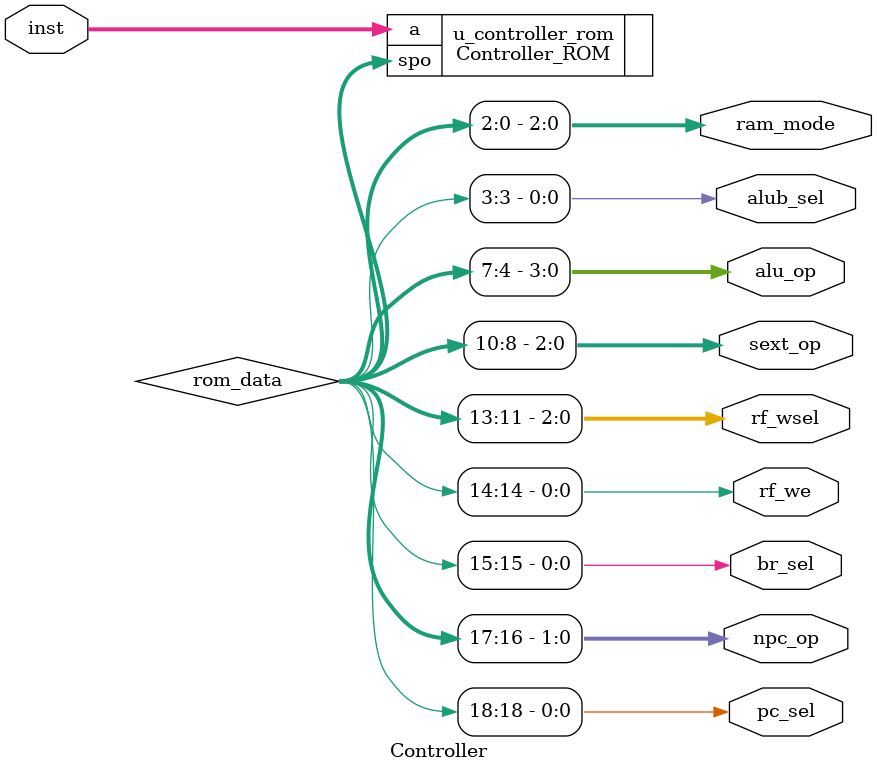
<source format=v>
`timescale 1ns / 1ps

`include "defines.vh"

module Controller(
    input wire [10: 0] inst,
    
    output wire pc_sel,
    output wire [1: 0] npc_op,
    output wire br_sel,
    output wire rf_we,
    output wire [2: 0] rf_wsel,
    output wire [2: 0] sext_op,
    output wire [3: 0] alu_op,
    output wire alub_sel,
    output wire [2: 0] ram_mode
);

wire [18: 0] rom_data;
Controller_ROM u_controller_rom(.a(inst), .spo(rom_data));

assign pc_sel = rom_data[18];
assign npc_op = rom_data[17: 16];
assign br_sel = rom_data[15];
assign rf_we = rom_data[14];
assign rf_wsel = rom_data[13: 11];
assign sext_op = rom_data[10: 8];
assign alu_op = rom_data[7: 4];
assign alub_sel = rom_data[3];
assign ram_mode = rom_data[2: 0];

endmodule
</source>
